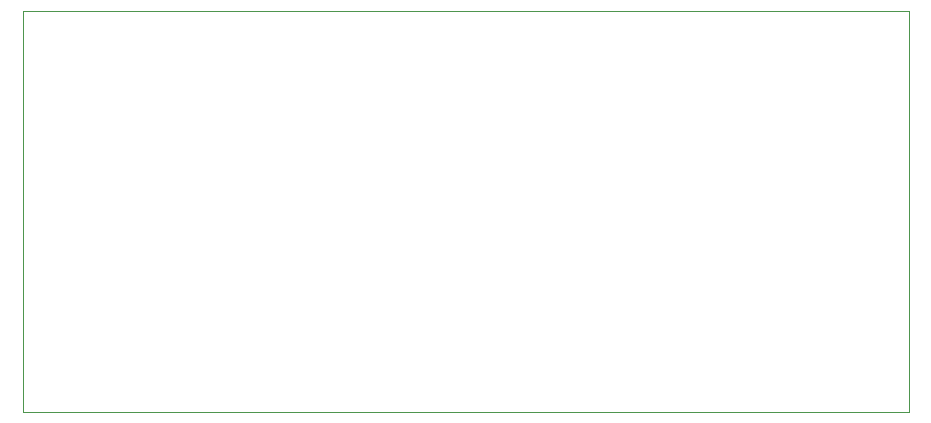
<source format=gbr>
G04 #@! TF.GenerationSoftware,KiCad,Pcbnew,(5.1.5-0-10_14)*
G04 #@! TF.CreationDate,2020-09-24T22:32:45+08:00*
G04 #@! TF.ProjectId,CC,43432e6b-6963-4616-945f-706362585858,rev?*
G04 #@! TF.SameCoordinates,Original*
G04 #@! TF.FileFunction,Profile,NP*
%FSLAX46Y46*%
G04 Gerber Fmt 4.6, Leading zero omitted, Abs format (unit mm)*
G04 Created by KiCad (PCBNEW (5.1.5-0-10_14)) date 2020-09-24 22:32:45*
%MOMM*%
%LPD*%
G04 APERTURE LIST*
%ADD10C,0.100000*%
G04 APERTURE END LIST*
D10*
X30000000Y-20000000D02*
X105000000Y-20000000D01*
X30000000Y-54000000D02*
X30000000Y-20000000D01*
X105000000Y-54000000D02*
X30000000Y-54000000D01*
X105000000Y-20000000D02*
X105000000Y-54000000D01*
M02*

</source>
